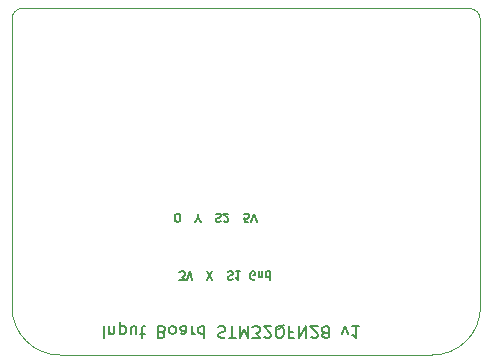
<source format=gbr>
G04 #@! TF.GenerationSoftware,KiCad,Pcbnew,(5.1.5)-3*
G04 #@! TF.CreationDate,2021-07-18T09:53:39-05:00*
G04 #@! TF.ProjectId,InputBoardSTM32QFN28,496e7075-7442-46f6-9172-6453544d3332,rev?*
G04 #@! TF.SameCoordinates,Original*
G04 #@! TF.FileFunction,Legend,Bot*
G04 #@! TF.FilePolarity,Positive*
%FSLAX46Y46*%
G04 Gerber Fmt 4.6, Leading zero omitted, Abs format (unit mm)*
G04 Created by KiCad (PCBNEW (5.1.5)-3) date 2021-07-18 09:53:39*
%MOMM*%
%LPD*%
G04 APERTURE LIST*
%ADD10C,0.050000*%
%ADD11C,0.175000*%
%ADD12C,0.187500*%
G04 APERTURE END LIST*
D10*
X171279873Y-85389743D02*
G75*
G02X172239940Y-86360000I-5095J-965162D01*
G01*
X132588000Y-86296602D02*
G75*
G02X133489685Y-85389720I901685J5182D01*
G01*
D11*
X146759200Y-108370333D02*
X147192533Y-108370333D01*
X146959200Y-108103666D01*
X147059200Y-108103666D01*
X147125866Y-108070333D01*
X147159200Y-108037000D01*
X147192533Y-107970333D01*
X147192533Y-107803666D01*
X147159200Y-107737000D01*
X147125866Y-107703666D01*
X147059200Y-107670333D01*
X146859200Y-107670333D01*
X146792533Y-107703666D01*
X146759200Y-107737000D01*
X147392533Y-108370333D02*
X147625866Y-107670333D01*
X147859200Y-108370333D01*
X149092533Y-108370333D02*
X149559200Y-107670333D01*
X149559200Y-108370333D02*
X149092533Y-107670333D01*
X150859200Y-107703666D02*
X150959200Y-107670333D01*
X151125866Y-107670333D01*
X151192533Y-107703666D01*
X151225866Y-107737000D01*
X151259200Y-107803666D01*
X151259200Y-107870333D01*
X151225866Y-107937000D01*
X151192533Y-107970333D01*
X151125866Y-108003666D01*
X150992533Y-108037000D01*
X150925866Y-108070333D01*
X150892533Y-108103666D01*
X150859200Y-108170333D01*
X150859200Y-108237000D01*
X150892533Y-108303666D01*
X150925866Y-108337000D01*
X150992533Y-108370333D01*
X151159200Y-108370333D01*
X151259200Y-108337000D01*
X151925866Y-107670333D02*
X151525866Y-107670333D01*
X151725866Y-107670333D02*
X151725866Y-108370333D01*
X151659200Y-108270333D01*
X151592533Y-108203666D01*
X151525866Y-108170333D01*
X153125866Y-108337000D02*
X153059200Y-108370333D01*
X152959200Y-108370333D01*
X152859200Y-108337000D01*
X152792533Y-108270333D01*
X152759200Y-108203666D01*
X152725866Y-108070333D01*
X152725866Y-107970333D01*
X152759200Y-107837000D01*
X152792533Y-107770333D01*
X152859200Y-107703666D01*
X152959200Y-107670333D01*
X153025866Y-107670333D01*
X153125866Y-107703666D01*
X153159200Y-107737000D01*
X153159200Y-107970333D01*
X153025866Y-107970333D01*
X153459200Y-108137000D02*
X153459200Y-107670333D01*
X153459200Y-108070333D02*
X153492533Y-108103666D01*
X153559200Y-108137000D01*
X153659200Y-108137000D01*
X153725866Y-108103666D01*
X153759200Y-108037000D01*
X153759200Y-107670333D01*
X154392533Y-107670333D02*
X154392533Y-108370333D01*
X154392533Y-107703666D02*
X154325866Y-107670333D01*
X154192533Y-107670333D01*
X154125866Y-107703666D01*
X154092533Y-107737000D01*
X154059200Y-107803666D01*
X154059200Y-108003666D01*
X154092533Y-108070333D01*
X154125866Y-108103666D01*
X154192533Y-108137000D01*
X154325866Y-108137000D01*
X154392533Y-108103666D01*
X146542533Y-103470333D02*
X146675866Y-103470333D01*
X146742533Y-103437000D01*
X146809200Y-103370333D01*
X146842533Y-103237000D01*
X146842533Y-103003666D01*
X146809200Y-102870333D01*
X146742533Y-102803666D01*
X146675866Y-102770333D01*
X146542533Y-102770333D01*
X146475866Y-102803666D01*
X146409200Y-102870333D01*
X146375866Y-103003666D01*
X146375866Y-103237000D01*
X146409200Y-103370333D01*
X146475866Y-103437000D01*
X146542533Y-103470333D01*
X148342533Y-103103666D02*
X148342533Y-102770333D01*
X148109200Y-103470333D02*
X148342533Y-103103666D01*
X148575866Y-103470333D01*
X149842533Y-102803666D02*
X149942533Y-102770333D01*
X150109200Y-102770333D01*
X150175866Y-102803666D01*
X150209200Y-102837000D01*
X150242533Y-102903666D01*
X150242533Y-102970333D01*
X150209200Y-103037000D01*
X150175866Y-103070333D01*
X150109200Y-103103666D01*
X149975866Y-103137000D01*
X149909200Y-103170333D01*
X149875866Y-103203666D01*
X149842533Y-103270333D01*
X149842533Y-103337000D01*
X149875866Y-103403666D01*
X149909200Y-103437000D01*
X149975866Y-103470333D01*
X150142533Y-103470333D01*
X150242533Y-103437000D01*
X150509200Y-103403666D02*
X150542533Y-103437000D01*
X150609200Y-103470333D01*
X150775866Y-103470333D01*
X150842533Y-103437000D01*
X150875866Y-103403666D01*
X150909200Y-103337000D01*
X150909200Y-103270333D01*
X150875866Y-103170333D01*
X150475866Y-102770333D01*
X150909200Y-102770333D01*
X152609200Y-103470333D02*
X152275866Y-103470333D01*
X152242533Y-103137000D01*
X152275866Y-103170333D01*
X152342533Y-103203666D01*
X152509200Y-103203666D01*
X152575866Y-103170333D01*
X152609200Y-103137000D01*
X152642533Y-103070333D01*
X152642533Y-102903666D01*
X152609200Y-102837000D01*
X152575866Y-102803666D01*
X152509200Y-102770333D01*
X152342533Y-102770333D01*
X152275866Y-102803666D01*
X152242533Y-102837000D01*
X152842533Y-103470333D02*
X153075866Y-102770333D01*
X153309200Y-103470333D01*
D12*
X140341047Y-112290380D02*
X140341047Y-113306380D01*
X140824857Y-112967714D02*
X140824857Y-112290380D01*
X140824857Y-112870952D02*
X140873238Y-112919333D01*
X140970000Y-112967714D01*
X141115142Y-112967714D01*
X141211904Y-112919333D01*
X141260285Y-112822571D01*
X141260285Y-112290380D01*
X141744095Y-112967714D02*
X141744095Y-111951714D01*
X141744095Y-112919333D02*
X141840857Y-112967714D01*
X142034380Y-112967714D01*
X142131142Y-112919333D01*
X142179523Y-112870952D01*
X142227904Y-112774190D01*
X142227904Y-112483904D01*
X142179523Y-112387142D01*
X142131142Y-112338761D01*
X142034380Y-112290380D01*
X141840857Y-112290380D01*
X141744095Y-112338761D01*
X143098761Y-112967714D02*
X143098761Y-112290380D01*
X142663333Y-112967714D02*
X142663333Y-112435523D01*
X142711714Y-112338761D01*
X142808476Y-112290380D01*
X142953619Y-112290380D01*
X143050380Y-112338761D01*
X143098761Y-112387142D01*
X143437428Y-112967714D02*
X143824476Y-112967714D01*
X143582571Y-113306380D02*
X143582571Y-112435523D01*
X143630952Y-112338761D01*
X143727714Y-112290380D01*
X143824476Y-112290380D01*
X145275904Y-112822571D02*
X145421047Y-112774190D01*
X145469428Y-112725809D01*
X145517809Y-112629047D01*
X145517809Y-112483904D01*
X145469428Y-112387142D01*
X145421047Y-112338761D01*
X145324285Y-112290380D01*
X144937238Y-112290380D01*
X144937238Y-113306380D01*
X145275904Y-113306380D01*
X145372666Y-113258000D01*
X145421047Y-113209619D01*
X145469428Y-113112857D01*
X145469428Y-113016095D01*
X145421047Y-112919333D01*
X145372666Y-112870952D01*
X145275904Y-112822571D01*
X144937238Y-112822571D01*
X146098380Y-112290380D02*
X146001619Y-112338761D01*
X145953238Y-112387142D01*
X145904857Y-112483904D01*
X145904857Y-112774190D01*
X145953238Y-112870952D01*
X146001619Y-112919333D01*
X146098380Y-112967714D01*
X146243523Y-112967714D01*
X146340285Y-112919333D01*
X146388666Y-112870952D01*
X146437047Y-112774190D01*
X146437047Y-112483904D01*
X146388666Y-112387142D01*
X146340285Y-112338761D01*
X146243523Y-112290380D01*
X146098380Y-112290380D01*
X147307904Y-112290380D02*
X147307904Y-112822571D01*
X147259523Y-112919333D01*
X147162761Y-112967714D01*
X146969238Y-112967714D01*
X146872476Y-112919333D01*
X147307904Y-112338761D02*
X147211142Y-112290380D01*
X146969238Y-112290380D01*
X146872476Y-112338761D01*
X146824095Y-112435523D01*
X146824095Y-112532285D01*
X146872476Y-112629047D01*
X146969238Y-112677428D01*
X147211142Y-112677428D01*
X147307904Y-112725809D01*
X147791714Y-112290380D02*
X147791714Y-112967714D01*
X147791714Y-112774190D02*
X147840095Y-112870952D01*
X147888476Y-112919333D01*
X147985238Y-112967714D01*
X148082000Y-112967714D01*
X148856095Y-112290380D02*
X148856095Y-113306380D01*
X148856095Y-112338761D02*
X148759333Y-112290380D01*
X148565809Y-112290380D01*
X148469047Y-112338761D01*
X148420666Y-112387142D01*
X148372285Y-112483904D01*
X148372285Y-112774190D01*
X148420666Y-112870952D01*
X148469047Y-112919333D01*
X148565809Y-112967714D01*
X148759333Y-112967714D01*
X148856095Y-112919333D01*
X150065619Y-112338761D02*
X150210761Y-112290380D01*
X150452666Y-112290380D01*
X150549428Y-112338761D01*
X150597809Y-112387142D01*
X150646190Y-112483904D01*
X150646190Y-112580666D01*
X150597809Y-112677428D01*
X150549428Y-112725809D01*
X150452666Y-112774190D01*
X150259142Y-112822571D01*
X150162380Y-112870952D01*
X150114000Y-112919333D01*
X150065619Y-113016095D01*
X150065619Y-113112857D01*
X150114000Y-113209619D01*
X150162380Y-113258000D01*
X150259142Y-113306380D01*
X150501047Y-113306380D01*
X150646190Y-113258000D01*
X150936476Y-113306380D02*
X151517047Y-113306380D01*
X151226761Y-112290380D02*
X151226761Y-113306380D01*
X151855714Y-112290380D02*
X151855714Y-113306380D01*
X152194380Y-112580666D01*
X152533047Y-113306380D01*
X152533047Y-112290380D01*
X152920095Y-113306380D02*
X153549047Y-113306380D01*
X153210380Y-112919333D01*
X153355523Y-112919333D01*
X153452285Y-112870952D01*
X153500666Y-112822571D01*
X153549047Y-112725809D01*
X153549047Y-112483904D01*
X153500666Y-112387142D01*
X153452285Y-112338761D01*
X153355523Y-112290380D01*
X153065238Y-112290380D01*
X152968476Y-112338761D01*
X152920095Y-112387142D01*
X153936095Y-113209619D02*
X153984476Y-113258000D01*
X154081238Y-113306380D01*
X154323142Y-113306380D01*
X154419904Y-113258000D01*
X154468285Y-113209619D01*
X154516666Y-113112857D01*
X154516666Y-113016095D01*
X154468285Y-112870952D01*
X153887714Y-112290380D01*
X154516666Y-112290380D01*
X155629428Y-112193619D02*
X155532666Y-112242000D01*
X155435904Y-112338761D01*
X155290761Y-112483904D01*
X155194000Y-112532285D01*
X155097238Y-112532285D01*
X155145619Y-112290380D02*
X155048857Y-112338761D01*
X154952095Y-112435523D01*
X154903714Y-112629047D01*
X154903714Y-112967714D01*
X154952095Y-113161238D01*
X155048857Y-113258000D01*
X155145619Y-113306380D01*
X155339142Y-113306380D01*
X155435904Y-113258000D01*
X155532666Y-113161238D01*
X155581047Y-112967714D01*
X155581047Y-112629047D01*
X155532666Y-112435523D01*
X155435904Y-112338761D01*
X155339142Y-112290380D01*
X155145619Y-112290380D01*
X156355142Y-112822571D02*
X156016476Y-112822571D01*
X156016476Y-112290380D02*
X156016476Y-113306380D01*
X156500285Y-113306380D01*
X156887333Y-112290380D02*
X156887333Y-113306380D01*
X157467904Y-112290380D01*
X157467904Y-113306380D01*
X157903333Y-113209619D02*
X157951714Y-113258000D01*
X158048476Y-113306380D01*
X158290380Y-113306380D01*
X158387142Y-113258000D01*
X158435523Y-113209619D01*
X158483904Y-113112857D01*
X158483904Y-113016095D01*
X158435523Y-112870952D01*
X157854952Y-112290380D01*
X158483904Y-112290380D01*
X159064476Y-112870952D02*
X158967714Y-112919333D01*
X158919333Y-112967714D01*
X158870952Y-113064476D01*
X158870952Y-113112857D01*
X158919333Y-113209619D01*
X158967714Y-113258000D01*
X159064476Y-113306380D01*
X159258000Y-113306380D01*
X159354761Y-113258000D01*
X159403142Y-113209619D01*
X159451523Y-113112857D01*
X159451523Y-113064476D01*
X159403142Y-112967714D01*
X159354761Y-112919333D01*
X159258000Y-112870952D01*
X159064476Y-112870952D01*
X158967714Y-112822571D01*
X158919333Y-112774190D01*
X158870952Y-112677428D01*
X158870952Y-112483904D01*
X158919333Y-112387142D01*
X158967714Y-112338761D01*
X159064476Y-112290380D01*
X159258000Y-112290380D01*
X159354761Y-112338761D01*
X159403142Y-112387142D01*
X159451523Y-112483904D01*
X159451523Y-112677428D01*
X159403142Y-112774190D01*
X159354761Y-112822571D01*
X159258000Y-112870952D01*
X160564285Y-112967714D02*
X160806190Y-112290380D01*
X161048095Y-112967714D01*
X161967333Y-112290380D02*
X161386761Y-112290380D01*
X161677047Y-112290380D02*
X161677047Y-113306380D01*
X161580285Y-113161238D01*
X161483523Y-113064476D01*
X161386761Y-113016095D01*
D10*
X132588000Y-110680500D02*
X132588000Y-86296602D01*
X136652000Y-114744500D02*
G75*
G02X132588000Y-110680500I0J4064000D01*
G01*
X168153080Y-114744500D02*
X136652000Y-114744500D01*
X172239940Y-86360000D02*
X172250164Y-110667800D01*
X172250164Y-110670340D02*
G75*
G02X168153080Y-114744500I-4074224J0D01*
G01*
X171279820Y-85389720D02*
X133489685Y-85389720D01*
M02*

</source>
